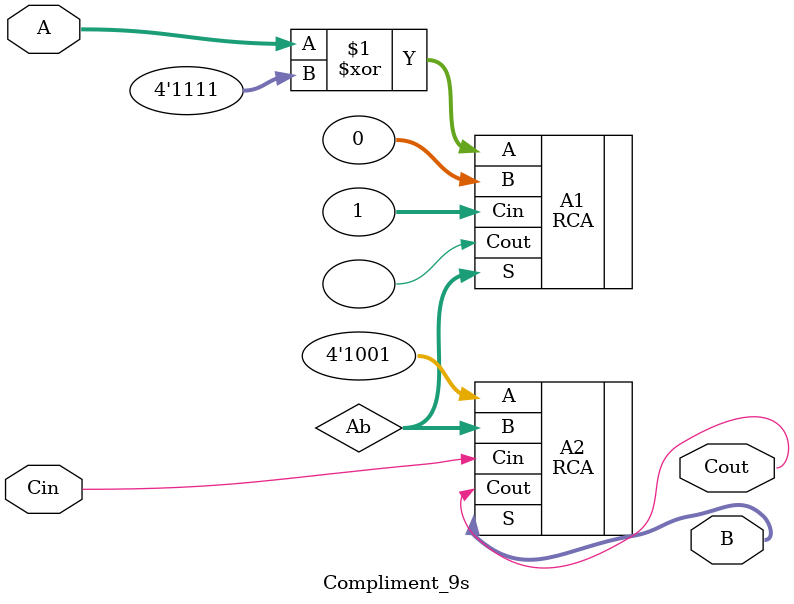
<source format=v>
`timescale 1ns / 1ps
module Compliment_9s(
    input [3:0] A,
	 input Cin,
    output [3:0] B,
	 output Cout
    );
wire [3:0] Ab;

RCA A1(.A(A^4'b1111), .B(0),  .Cin(1),   .S(Ab), .Cout());
RCA A2(.A(4'b1001),   .B(Ab), .Cin(Cin), .S(B),  .Cout(Cout));

endmodule

</source>
